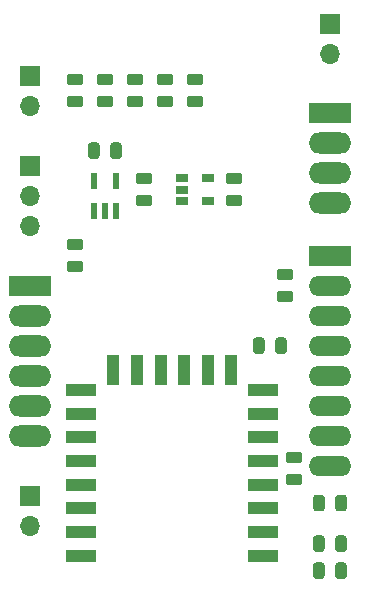
<source format=gbr>
G04 #@! TF.GenerationSoftware,KiCad,Pcbnew,5.1.7-a382d34a8~88~ubuntu20.04.1*
G04 #@! TF.CreationDate,2021-04-17T07:34:17-07:00*
G04 #@! TF.ProjectId,esp8266-wiz550io,65737038-3236-4362-9d77-697a35353069,Feb2021*
G04 #@! TF.SameCoordinates,Original*
G04 #@! TF.FileFunction,Soldermask,Top*
G04 #@! TF.FilePolarity,Negative*
%FSLAX46Y46*%
G04 Gerber Fmt 4.6, Leading zero omitted, Abs format (unit mm)*
G04 Created by KiCad (PCBNEW 5.1.7-a382d34a8~88~ubuntu20.04.1) date 2021-04-17 07:34:17*
%MOMM*%
%LPD*%
G01*
G04 APERTURE LIST*
%ADD10R,1.100000X2.500000*%
%ADD11R,2.500000X1.100000*%
%ADD12O,1.700000X1.700000*%
%ADD13R,1.700000X1.700000*%
%ADD14R,1.060000X0.650000*%
%ADD15R,0.558800X1.320800*%
%ADD16O,3.600000X1.800000*%
%ADD17R,3.600000X1.800000*%
%ADD18O,3.600000X1.700000*%
%ADD19R,3.600000X1.700000*%
G04 APERTURE END LIST*
D10*
G04 #@! TO.C,U1*
X57860000Y-57960000D03*
X59860000Y-57960000D03*
X61860000Y-57960000D03*
X63860000Y-57960000D03*
X65860000Y-57960000D03*
X67860000Y-57960000D03*
D11*
X55150000Y-73660000D03*
X55150000Y-71660000D03*
X55150000Y-69660000D03*
X55150000Y-67660000D03*
X55150000Y-65660000D03*
X55150000Y-63660000D03*
X55150000Y-61660000D03*
X55150000Y-59660000D03*
X70550000Y-59660000D03*
X70550000Y-61660000D03*
X70550000Y-63660000D03*
X70550000Y-65660000D03*
X70550000Y-67660000D03*
X70550000Y-69660000D03*
X70550000Y-71660000D03*
X70550000Y-73660000D03*
G04 #@! TD*
D12*
G04 #@! TO.C,J7*
X76200000Y-31175000D03*
D13*
X76200000Y-28635000D03*
G04 #@! TD*
G04 #@! TO.C,C7*
G36*
G01*
X57600000Y-39826250D02*
X57600000Y-38913750D01*
G75*
G02*
X57843750Y-38670000I243750J0D01*
G01*
X58331250Y-38670000D01*
G75*
G02*
X58575000Y-38913750I0J-243750D01*
G01*
X58575000Y-39826250D01*
G75*
G02*
X58331250Y-40070000I-243750J0D01*
G01*
X57843750Y-40070000D01*
G75*
G02*
X57600000Y-39826250I0J243750D01*
G01*
G37*
G36*
G01*
X55725000Y-39826250D02*
X55725000Y-38913750D01*
G75*
G02*
X55968750Y-38670000I243750J0D01*
G01*
X56456250Y-38670000D01*
G75*
G02*
X56700000Y-38913750I0J-243750D01*
G01*
X56700000Y-39826250D01*
G75*
G02*
X56456250Y-40070000I-243750J0D01*
G01*
X55968750Y-40070000D01*
G75*
G02*
X55725000Y-39826250I0J243750D01*
G01*
G37*
G04 #@! TD*
G04 #@! TO.C,C4*
G36*
G01*
X67615750Y-43122000D02*
X68528250Y-43122000D01*
G75*
G02*
X68772000Y-43365750I0J-243750D01*
G01*
X68772000Y-43853250D01*
G75*
G02*
X68528250Y-44097000I-243750J0D01*
G01*
X67615750Y-44097000D01*
G75*
G02*
X67372000Y-43853250I0J243750D01*
G01*
X67372000Y-43365750D01*
G75*
G02*
X67615750Y-43122000I243750J0D01*
G01*
G37*
G36*
G01*
X67615750Y-41247000D02*
X68528250Y-41247000D01*
G75*
G02*
X68772000Y-41490750I0J-243750D01*
G01*
X68772000Y-41978250D01*
G75*
G02*
X68528250Y-42222000I-243750J0D01*
G01*
X67615750Y-42222000D01*
G75*
G02*
X67372000Y-41978250I0J243750D01*
G01*
X67372000Y-41490750D01*
G75*
G02*
X67615750Y-41247000I243750J0D01*
G01*
G37*
G04 #@! TD*
G04 #@! TO.C,C3*
G36*
G01*
X59995750Y-43122000D02*
X60908250Y-43122000D01*
G75*
G02*
X61152000Y-43365750I0J-243750D01*
G01*
X61152000Y-43853250D01*
G75*
G02*
X60908250Y-44097000I-243750J0D01*
G01*
X59995750Y-44097000D01*
G75*
G02*
X59752000Y-43853250I0J243750D01*
G01*
X59752000Y-43365750D01*
G75*
G02*
X59995750Y-43122000I243750J0D01*
G01*
G37*
G36*
G01*
X59995750Y-41247000D02*
X60908250Y-41247000D01*
G75*
G02*
X61152000Y-41490750I0J-243750D01*
G01*
X61152000Y-41978250D01*
G75*
G02*
X60908250Y-42222000I-243750J0D01*
G01*
X59995750Y-42222000D01*
G75*
G02*
X59752000Y-41978250I0J243750D01*
G01*
X59752000Y-41490750D01*
G75*
G02*
X59995750Y-41247000I243750J0D01*
G01*
G37*
G04 #@! TD*
G04 #@! TO.C,C6*
G36*
G01*
X75750000Y-68758750D02*
X75750000Y-69671250D01*
G75*
G02*
X75506250Y-69915000I-243750J0D01*
G01*
X75018750Y-69915000D01*
G75*
G02*
X74775000Y-69671250I0J243750D01*
G01*
X74775000Y-68758750D01*
G75*
G02*
X75018750Y-68515000I243750J0D01*
G01*
X75506250Y-68515000D01*
G75*
G02*
X75750000Y-68758750I0J-243750D01*
G01*
G37*
G36*
G01*
X77625000Y-68758750D02*
X77625000Y-69671250D01*
G75*
G02*
X77381250Y-69915000I-243750J0D01*
G01*
X76893750Y-69915000D01*
G75*
G02*
X76650000Y-69671250I0J243750D01*
G01*
X76650000Y-68758750D01*
G75*
G02*
X76893750Y-68515000I243750J0D01*
G01*
X77381250Y-68515000D01*
G75*
G02*
X77625000Y-68758750I0J-243750D01*
G01*
G37*
G04 #@! TD*
G04 #@! TO.C,C5*
G36*
G01*
X55066250Y-47810000D02*
X54153750Y-47810000D01*
G75*
G02*
X53910000Y-47566250I0J243750D01*
G01*
X53910000Y-47078750D01*
G75*
G02*
X54153750Y-46835000I243750J0D01*
G01*
X55066250Y-46835000D01*
G75*
G02*
X55310000Y-47078750I0J-243750D01*
G01*
X55310000Y-47566250D01*
G75*
G02*
X55066250Y-47810000I-243750J0D01*
G01*
G37*
G36*
G01*
X55066250Y-49685000D02*
X54153750Y-49685000D01*
G75*
G02*
X53910000Y-49441250I0J243750D01*
G01*
X53910000Y-48953750D01*
G75*
G02*
X54153750Y-48710000I243750J0D01*
G01*
X55066250Y-48710000D01*
G75*
G02*
X55310000Y-48953750I0J-243750D01*
G01*
X55310000Y-49441250D01*
G75*
G02*
X55066250Y-49685000I-243750J0D01*
G01*
G37*
G04 #@! TD*
D14*
G04 #@! TO.C,U3*
X65870000Y-41722000D03*
X65870000Y-43622000D03*
X63670000Y-43622000D03*
X63670000Y-42672000D03*
X63670000Y-41722000D03*
G04 #@! TD*
D15*
G04 #@! TO.C,U2*
X56210200Y-41910000D03*
X58089800Y-41910000D03*
X58089800Y-44450000D03*
X57150000Y-44450000D03*
X56210200Y-44450000D03*
G04 #@! TD*
G04 #@! TO.C,R6*
G36*
G01*
X72846250Y-50350000D02*
X71933750Y-50350000D01*
G75*
G02*
X71690000Y-50106250I0J243750D01*
G01*
X71690000Y-49618750D01*
G75*
G02*
X71933750Y-49375000I243750J0D01*
G01*
X72846250Y-49375000D01*
G75*
G02*
X73090000Y-49618750I0J-243750D01*
G01*
X73090000Y-50106250D01*
G75*
G02*
X72846250Y-50350000I-243750J0D01*
G01*
G37*
G36*
G01*
X72846250Y-52225000D02*
X71933750Y-52225000D01*
G75*
G02*
X71690000Y-51981250I0J243750D01*
G01*
X71690000Y-51493750D01*
G75*
G02*
X71933750Y-51250000I243750J0D01*
G01*
X72846250Y-51250000D01*
G75*
G02*
X73090000Y-51493750I0J-243750D01*
G01*
X73090000Y-51981250D01*
G75*
G02*
X72846250Y-52225000I-243750J0D01*
G01*
G37*
G04 #@! TD*
G04 #@! TO.C,R5*
G36*
G01*
X61773750Y-34740000D02*
X62686250Y-34740000D01*
G75*
G02*
X62930000Y-34983750I0J-243750D01*
G01*
X62930000Y-35471250D01*
G75*
G02*
X62686250Y-35715000I-243750J0D01*
G01*
X61773750Y-35715000D01*
G75*
G02*
X61530000Y-35471250I0J243750D01*
G01*
X61530000Y-34983750D01*
G75*
G02*
X61773750Y-34740000I243750J0D01*
G01*
G37*
G36*
G01*
X61773750Y-32865000D02*
X62686250Y-32865000D01*
G75*
G02*
X62930000Y-33108750I0J-243750D01*
G01*
X62930000Y-33596250D01*
G75*
G02*
X62686250Y-33840000I-243750J0D01*
G01*
X61773750Y-33840000D01*
G75*
G02*
X61530000Y-33596250I0J243750D01*
G01*
X61530000Y-33108750D01*
G75*
G02*
X61773750Y-32865000I243750J0D01*
G01*
G37*
G04 #@! TD*
G04 #@! TO.C,R4*
G36*
G01*
X56693750Y-34740000D02*
X57606250Y-34740000D01*
G75*
G02*
X57850000Y-34983750I0J-243750D01*
G01*
X57850000Y-35471250D01*
G75*
G02*
X57606250Y-35715000I-243750J0D01*
G01*
X56693750Y-35715000D01*
G75*
G02*
X56450000Y-35471250I0J243750D01*
G01*
X56450000Y-34983750D01*
G75*
G02*
X56693750Y-34740000I243750J0D01*
G01*
G37*
G36*
G01*
X56693750Y-32865000D02*
X57606250Y-32865000D01*
G75*
G02*
X57850000Y-33108750I0J-243750D01*
G01*
X57850000Y-33596250D01*
G75*
G02*
X57606250Y-33840000I-243750J0D01*
G01*
X56693750Y-33840000D01*
G75*
G02*
X56450000Y-33596250I0J243750D01*
G01*
X56450000Y-33108750D01*
G75*
G02*
X56693750Y-32865000I243750J0D01*
G01*
G37*
G04 #@! TD*
G04 #@! TO.C,R3*
G36*
G01*
X75750000Y-74473750D02*
X75750000Y-75386250D01*
G75*
G02*
X75506250Y-75630000I-243750J0D01*
G01*
X75018750Y-75630000D01*
G75*
G02*
X74775000Y-75386250I0J243750D01*
G01*
X74775000Y-74473750D01*
G75*
G02*
X75018750Y-74230000I243750J0D01*
G01*
X75506250Y-74230000D01*
G75*
G02*
X75750000Y-74473750I0J-243750D01*
G01*
G37*
G36*
G01*
X77625000Y-74473750D02*
X77625000Y-75386250D01*
G75*
G02*
X77381250Y-75630000I-243750J0D01*
G01*
X76893750Y-75630000D01*
G75*
G02*
X76650000Y-75386250I0J243750D01*
G01*
X76650000Y-74473750D01*
G75*
G02*
X76893750Y-74230000I243750J0D01*
G01*
X77381250Y-74230000D01*
G75*
G02*
X77625000Y-74473750I0J-243750D01*
G01*
G37*
G04 #@! TD*
G04 #@! TO.C,R2*
G36*
G01*
X75750000Y-72187750D02*
X75750000Y-73100250D01*
G75*
G02*
X75506250Y-73344000I-243750J0D01*
G01*
X75018750Y-73344000D01*
G75*
G02*
X74775000Y-73100250I0J243750D01*
G01*
X74775000Y-72187750D01*
G75*
G02*
X75018750Y-71944000I243750J0D01*
G01*
X75506250Y-71944000D01*
G75*
G02*
X75750000Y-72187750I0J-243750D01*
G01*
G37*
G36*
G01*
X77625000Y-72187750D02*
X77625000Y-73100250D01*
G75*
G02*
X77381250Y-73344000I-243750J0D01*
G01*
X76893750Y-73344000D01*
G75*
G02*
X76650000Y-73100250I0J243750D01*
G01*
X76650000Y-72187750D01*
G75*
G02*
X76893750Y-71944000I243750J0D01*
G01*
X77381250Y-71944000D01*
G75*
G02*
X77625000Y-72187750I0J-243750D01*
G01*
G37*
G04 #@! TD*
G04 #@! TO.C,R1*
G36*
G01*
X55066250Y-33840000D02*
X54153750Y-33840000D01*
G75*
G02*
X53910000Y-33596250I0J243750D01*
G01*
X53910000Y-33108750D01*
G75*
G02*
X54153750Y-32865000I243750J0D01*
G01*
X55066250Y-32865000D01*
G75*
G02*
X55310000Y-33108750I0J-243750D01*
G01*
X55310000Y-33596250D01*
G75*
G02*
X55066250Y-33840000I-243750J0D01*
G01*
G37*
G36*
G01*
X55066250Y-35715000D02*
X54153750Y-35715000D01*
G75*
G02*
X53910000Y-35471250I0J243750D01*
G01*
X53910000Y-34983750D01*
G75*
G02*
X54153750Y-34740000I243750J0D01*
G01*
X55066250Y-34740000D01*
G75*
G02*
X55310000Y-34983750I0J-243750D01*
G01*
X55310000Y-35471250D01*
G75*
G02*
X55066250Y-35715000I-243750J0D01*
G01*
G37*
G04 #@! TD*
D12*
G04 #@! TO.C,J6*
X50800000Y-45720000D03*
X50800000Y-43180000D03*
D13*
X50800000Y-40640000D03*
G04 #@! TD*
D12*
G04 #@! TO.C,J5*
X50800000Y-71120000D03*
D13*
X50800000Y-68580000D03*
G04 #@! TD*
D16*
G04 #@! TO.C,J4*
X50800000Y-63500000D03*
X50800000Y-60960000D03*
X50800000Y-58420000D03*
X50800000Y-55880000D03*
X50800000Y-53340000D03*
D17*
X50800000Y-50800000D03*
G04 #@! TD*
D18*
G04 #@! TO.C,J3*
X76200000Y-66040000D03*
X76200000Y-63500000D03*
X76200000Y-60960000D03*
X76200000Y-58420000D03*
X76200000Y-55880000D03*
X76200000Y-53340000D03*
X76200000Y-50800000D03*
D19*
X76200000Y-48260000D03*
G04 #@! TD*
D16*
G04 #@! TO.C,J2*
X76200000Y-43815000D03*
X76200000Y-41275000D03*
X76200000Y-38735000D03*
D17*
X76200000Y-36195000D03*
G04 #@! TD*
D12*
G04 #@! TO.C,J1*
X50800000Y-35560000D03*
D13*
X50800000Y-33020000D03*
G04 #@! TD*
G04 #@! TO.C,D2*
G36*
G01*
X64313750Y-34740000D02*
X65226250Y-34740000D01*
G75*
G02*
X65470000Y-34983750I0J-243750D01*
G01*
X65470000Y-35471250D01*
G75*
G02*
X65226250Y-35715000I-243750J0D01*
G01*
X64313750Y-35715000D01*
G75*
G02*
X64070000Y-35471250I0J243750D01*
G01*
X64070000Y-34983750D01*
G75*
G02*
X64313750Y-34740000I243750J0D01*
G01*
G37*
G36*
G01*
X64313750Y-32865000D02*
X65226250Y-32865000D01*
G75*
G02*
X65470000Y-33108750I0J-243750D01*
G01*
X65470000Y-33596250D01*
G75*
G02*
X65226250Y-33840000I-243750J0D01*
G01*
X64313750Y-33840000D01*
G75*
G02*
X64070000Y-33596250I0J243750D01*
G01*
X64070000Y-33108750D01*
G75*
G02*
X64313750Y-32865000I243750J0D01*
G01*
G37*
G04 #@! TD*
G04 #@! TO.C,D1*
G36*
G01*
X59233750Y-34740000D02*
X60146250Y-34740000D01*
G75*
G02*
X60390000Y-34983750I0J-243750D01*
G01*
X60390000Y-35471250D01*
G75*
G02*
X60146250Y-35715000I-243750J0D01*
G01*
X59233750Y-35715000D01*
G75*
G02*
X58990000Y-35471250I0J243750D01*
G01*
X58990000Y-34983750D01*
G75*
G02*
X59233750Y-34740000I243750J0D01*
G01*
G37*
G36*
G01*
X59233750Y-32865000D02*
X60146250Y-32865000D01*
G75*
G02*
X60390000Y-33108750I0J-243750D01*
G01*
X60390000Y-33596250D01*
G75*
G02*
X60146250Y-33840000I-243750J0D01*
G01*
X59233750Y-33840000D01*
G75*
G02*
X58990000Y-33596250I0J243750D01*
G01*
X58990000Y-33108750D01*
G75*
G02*
X59233750Y-32865000I243750J0D01*
G01*
G37*
G04 #@! TD*
G04 #@! TO.C,C2*
G36*
G01*
X72695750Y-66744000D02*
X73608250Y-66744000D01*
G75*
G02*
X73852000Y-66987750I0J-243750D01*
G01*
X73852000Y-67475250D01*
G75*
G02*
X73608250Y-67719000I-243750J0D01*
G01*
X72695750Y-67719000D01*
G75*
G02*
X72452000Y-67475250I0J243750D01*
G01*
X72452000Y-66987750D01*
G75*
G02*
X72695750Y-66744000I243750J0D01*
G01*
G37*
G36*
G01*
X72695750Y-64869000D02*
X73608250Y-64869000D01*
G75*
G02*
X73852000Y-65112750I0J-243750D01*
G01*
X73852000Y-65600250D01*
G75*
G02*
X73608250Y-65844000I-243750J0D01*
G01*
X72695750Y-65844000D01*
G75*
G02*
X72452000Y-65600250I0J243750D01*
G01*
X72452000Y-65112750D01*
G75*
G02*
X72695750Y-64869000I243750J0D01*
G01*
G37*
G04 #@! TD*
G04 #@! TO.C,C1*
G36*
G01*
X71570000Y-56336250D02*
X71570000Y-55423750D01*
G75*
G02*
X71813750Y-55180000I243750J0D01*
G01*
X72301250Y-55180000D01*
G75*
G02*
X72545000Y-55423750I0J-243750D01*
G01*
X72545000Y-56336250D01*
G75*
G02*
X72301250Y-56580000I-243750J0D01*
G01*
X71813750Y-56580000D01*
G75*
G02*
X71570000Y-56336250I0J243750D01*
G01*
G37*
G36*
G01*
X69695000Y-56336250D02*
X69695000Y-55423750D01*
G75*
G02*
X69938750Y-55180000I243750J0D01*
G01*
X70426250Y-55180000D01*
G75*
G02*
X70670000Y-55423750I0J-243750D01*
G01*
X70670000Y-56336250D01*
G75*
G02*
X70426250Y-56580000I-243750J0D01*
G01*
X69938750Y-56580000D01*
G75*
G02*
X69695000Y-56336250I0J243750D01*
G01*
G37*
G04 #@! TD*
M02*

</source>
